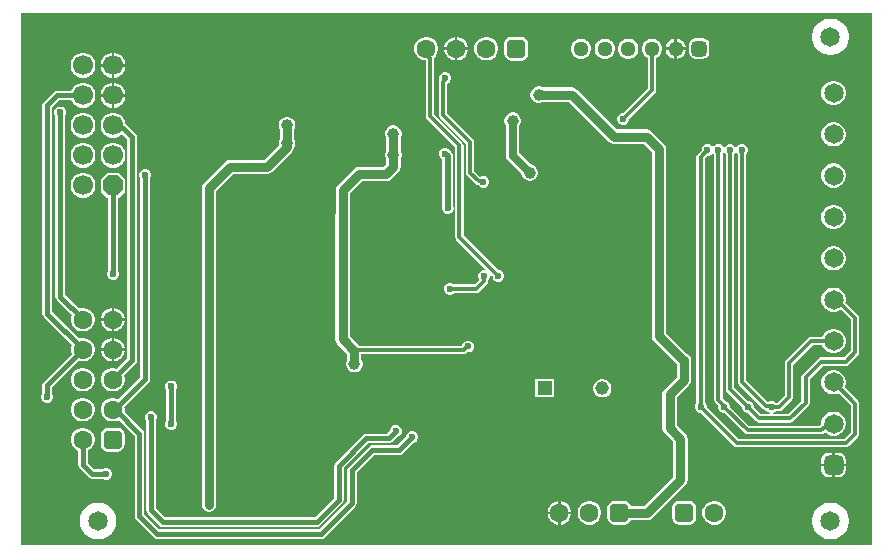
<source format=gbl>
G04*
G04 #@! TF.GenerationSoftware,Altium Limited,Altium Designer,21.0.8 (223)*
G04*
G04 Layer_Physical_Order=2*
G04 Layer_Color=16711680*
%FSLAX24Y24*%
%MOIN*%
G70*
G04*
G04 #@! TF.SameCoordinates,FDC07EFC-1B29-4822-A7E3-1CBBEB92D143*
G04*
G04*
G04 #@! TF.FilePolarity,Positive*
G04*
G01*
G75*
%ADD69C,0.0669*%
%ADD76R,0.0453X0.0453*%
%ADD77C,0.0453*%
%ADD80C,0.0157*%
%ADD82C,0.0315*%
%ADD83C,0.0197*%
%ADD84C,0.0118*%
%ADD85C,0.0276*%
%ADD86C,0.0260*%
%ADD87C,0.0630*%
G04:AMPARAMS|DCode=88|XSize=63mil|YSize=63mil|CornerRadius=15.7mil|HoleSize=0mil|Usage=FLASHONLY|Rotation=90.000|XOffset=0mil|YOffset=0mil|HoleType=Round|Shape=RoundedRectangle|*
%AMROUNDEDRECTD88*
21,1,0.0630,0.0315,0,0,90.0*
21,1,0.0315,0.0630,0,0,90.0*
1,1,0.0315,0.0157,0.0157*
1,1,0.0315,0.0157,-0.0157*
1,1,0.0315,-0.0157,-0.0157*
1,1,0.0315,-0.0157,0.0157*
%
%ADD88ROUNDEDRECTD88*%
%ADD89P,0.0724X8X112.5*%
G04:AMPARAMS|DCode=90|XSize=63mil|YSize=63mil|CornerRadius=15.7mil|HoleSize=0mil|Usage=FLASHONLY|Rotation=180.000|XOffset=0mil|YOffset=0mil|HoleType=Round|Shape=RoundedRectangle|*
%AMROUNDEDRECTD90*
21,1,0.0630,0.0315,0,0,180.0*
21,1,0.0315,0.0630,0,0,180.0*
1,1,0.0315,-0.0157,0.0157*
1,1,0.0315,0.0157,0.0157*
1,1,0.0315,0.0157,-0.0157*
1,1,0.0315,-0.0157,-0.0157*
%
%ADD90ROUNDEDRECTD90*%
%ADD91C,0.0512*%
G04:AMPARAMS|DCode=92|XSize=51.2mil|YSize=51.2mil|CornerRadius=12.8mil|HoleSize=0mil|Usage=FLASHONLY|Rotation=180.000|XOffset=0mil|YOffset=0mil|HoleType=Round|Shape=RoundedRectangle|*
%AMROUNDEDRECTD92*
21,1,0.0512,0.0256,0,0,180.0*
21,1,0.0256,0.0512,0,0,180.0*
1,1,0.0256,-0.0128,0.0128*
1,1,0.0256,0.0128,0.0128*
1,1,0.0256,0.0128,-0.0128*
1,1,0.0256,-0.0128,-0.0128*
%
%ADD92ROUNDEDRECTD92*%
%ADD93C,0.0650*%
G04:AMPARAMS|DCode=94|XSize=65mil|YSize=65mil|CornerRadius=16.2mil|HoleSize=0mil|Usage=FLASHONLY|Rotation=90.000|XOffset=0mil|YOffset=0mil|HoleType=Round|Shape=RoundedRectangle|*
%AMROUNDEDRECTD94*
21,1,0.0650,0.0325,0,0,90.0*
21,1,0.0325,0.0650,0,0,90.0*
1,1,0.0325,0.0162,0.0162*
1,1,0.0325,0.0162,-0.0162*
1,1,0.0325,-0.0162,-0.0162*
1,1,0.0325,-0.0162,0.0162*
%
%ADD94ROUNDEDRECTD94*%
%ADD95C,0.0236*%
%ADD96C,0.0394*%
G36*
X28543Y197D02*
X197Y197D01*
X197Y17913D01*
X28543Y17913D01*
X28543Y197D01*
D02*
G37*
%LPC*%
G36*
X14749Y17126D02*
X14736D01*
Y16772D01*
X15091D01*
Y16784D01*
X15064Y16884D01*
X15012Y16974D01*
X14939Y17047D01*
X14849Y17099D01*
X14749Y17126D01*
D02*
G37*
G36*
X22052Y17067D02*
X22047D01*
Y16772D01*
X22343D01*
Y16776D01*
X22320Y16861D01*
X22276Y16938D01*
X22213Y17000D01*
X22137Y17044D01*
X22052Y17067D01*
D02*
G37*
G36*
X21969D02*
X21964D01*
X21879Y17044D01*
X21802Y17000D01*
X21740Y16938D01*
X21696Y16861D01*
X21673Y16776D01*
Y16772D01*
X21969D01*
Y17067D01*
D02*
G37*
G36*
X14657Y17126D02*
X14645D01*
X14545Y17099D01*
X14455Y17047D01*
X14382Y16974D01*
X14330Y16884D01*
X14303Y16784D01*
Y16772D01*
X14657D01*
Y17126D01*
D02*
G37*
G36*
X27225Y17736D02*
X27105D01*
X26987Y17713D01*
X26876Y17667D01*
X26776Y17600D01*
X26691Y17515D01*
X26625Y17415D01*
X26579Y17304D01*
X26555Y17186D01*
Y17066D01*
X26579Y16948D01*
X26625Y16837D01*
X26691Y16737D01*
X26776Y16652D01*
X26876Y16585D01*
X26987Y16539D01*
X27105Y16516D01*
X27225D01*
X27343Y16539D01*
X27454Y16585D01*
X27554Y16652D01*
X27639Y16737D01*
X27706Y16837D01*
X27752Y16948D01*
X27776Y17066D01*
Y17186D01*
X27752Y17304D01*
X27706Y17415D01*
X27639Y17515D01*
X27554Y17600D01*
X27454Y17667D01*
X27343Y17713D01*
X27225Y17736D01*
D02*
G37*
G36*
X22343Y16693D02*
X22047D01*
Y16398D01*
X22052D01*
X22137Y16420D01*
X22213Y16465D01*
X22276Y16527D01*
X22320Y16603D01*
X22343Y16688D01*
Y16693D01*
D02*
G37*
G36*
X21969D02*
X21673D01*
Y16688D01*
X21696Y16603D01*
X21740Y16527D01*
X21802Y16465D01*
X21879Y16420D01*
X21964Y16398D01*
X21969D01*
Y16693D01*
D02*
G37*
G36*
X20477Y17067D02*
X20389D01*
X20304Y17044D01*
X20228Y17000D01*
X20165Y16938D01*
X20121Y16861D01*
X20098Y16776D01*
Y16688D01*
X20121Y16603D01*
X20165Y16527D01*
X20228Y16465D01*
X20304Y16420D01*
X20389Y16398D01*
X20477D01*
X20562Y16420D01*
X20639Y16465D01*
X20701Y16527D01*
X20745Y16603D01*
X20768Y16688D01*
Y16776D01*
X20745Y16861D01*
X20701Y16938D01*
X20639Y17000D01*
X20562Y17044D01*
X20477Y17067D01*
D02*
G37*
G36*
X19690D02*
X19602D01*
X19517Y17044D01*
X19440Y17000D01*
X19378Y16938D01*
X19334Y16861D01*
X19311Y16776D01*
Y16688D01*
X19334Y16603D01*
X19378Y16527D01*
X19440Y16465D01*
X19517Y16420D01*
X19602Y16398D01*
X19690D01*
X19775Y16420D01*
X19851Y16465D01*
X19913Y16527D01*
X19958Y16603D01*
X19980Y16688D01*
Y16776D01*
X19958Y16861D01*
X19913Y16938D01*
X19851Y17000D01*
X19775Y17044D01*
X19690Y17067D01*
D02*
G37*
G36*
X18902D02*
X18814D01*
X18729Y17044D01*
X18653Y17000D01*
X18590Y16938D01*
X18546Y16861D01*
X18524Y16776D01*
Y16688D01*
X18546Y16603D01*
X18590Y16527D01*
X18653Y16465D01*
X18729Y16420D01*
X18814Y16398D01*
X18902D01*
X18987Y16420D01*
X19064Y16465D01*
X19126Y16527D01*
X19170Y16603D01*
X19193Y16688D01*
Y16776D01*
X19170Y16861D01*
X19126Y16938D01*
X19064Y17000D01*
X18987Y17044D01*
X18902Y17067D01*
D02*
G37*
G36*
X22923Y17071D02*
X22667D01*
X22587Y17055D01*
X22518Y17009D01*
X22473Y16941D01*
X22457Y16860D01*
Y16604D01*
X22473Y16524D01*
X22518Y16455D01*
X22587Y16410D01*
X22667Y16394D01*
X22923D01*
X23004Y16410D01*
X23072Y16455D01*
X23118Y16524D01*
X23134Y16604D01*
Y16860D01*
X23118Y16941D01*
X23072Y17009D01*
X23004Y17055D01*
X22923Y17071D01*
D02*
G37*
G36*
X15749Y17126D02*
X15645D01*
X15545Y17099D01*
X15455Y17047D01*
X15382Y16974D01*
X15330Y16884D01*
X15303Y16784D01*
Y16680D01*
X15330Y16580D01*
X15382Y16491D01*
X15455Y16417D01*
X15545Y16365D01*
X15645Y16339D01*
X15749D01*
X15849Y16365D01*
X15939Y16417D01*
X16012Y16491D01*
X16064Y16580D01*
X16091Y16680D01*
Y16784D01*
X16064Y16884D01*
X16012Y16974D01*
X15939Y17047D01*
X15849Y17099D01*
X15749Y17126D01*
D02*
G37*
G36*
X15091Y16693D02*
X14736D01*
Y16339D01*
X14749D01*
X14849Y16365D01*
X14939Y16417D01*
X15012Y16491D01*
X15064Y16580D01*
X15091Y16680D01*
Y16693D01*
D02*
G37*
G36*
X14657D02*
X14303D01*
Y16680D01*
X14330Y16580D01*
X14382Y16491D01*
X14455Y16417D01*
X14545Y16365D01*
X14645Y16339D01*
X14657D01*
Y16693D01*
D02*
G37*
G36*
X16854Y17131D02*
X16539D01*
X16447Y17112D01*
X16369Y17060D01*
X16317Y16982D01*
X16299Y16890D01*
Y16575D01*
X16317Y16483D01*
X16369Y16405D01*
X16447Y16352D01*
X16539Y16334D01*
X16854D01*
X16947Y16352D01*
X17025Y16405D01*
X17077Y16483D01*
X17095Y16575D01*
Y16890D01*
X17077Y16982D01*
X17025Y17060D01*
X16947Y17112D01*
X16854Y17131D01*
D02*
G37*
G36*
X3310Y16587D02*
X3295D01*
Y16213D01*
X3669D01*
Y16228D01*
X3641Y16333D01*
X3587Y16427D01*
X3510Y16504D01*
X3415Y16558D01*
X3310Y16587D01*
D02*
G37*
G36*
X3217D02*
X3201D01*
X3096Y16558D01*
X3002Y16504D01*
X2925Y16427D01*
X2871Y16333D01*
X2843Y16228D01*
Y16213D01*
X3217D01*
Y16587D01*
D02*
G37*
G36*
X3669Y16134D02*
X3295D01*
Y15760D01*
X3310D01*
X3415Y15788D01*
X3510Y15842D01*
X3587Y15919D01*
X3641Y16014D01*
X3669Y16119D01*
Y16134D01*
D02*
G37*
G36*
X3217D02*
X2843D01*
Y16119D01*
X2871Y16014D01*
X2925Y15919D01*
X3002Y15842D01*
X3096Y15788D01*
X3201Y15760D01*
X3217D01*
Y16134D01*
D02*
G37*
G36*
X2310Y16587D02*
X2201D01*
X2096Y16558D01*
X2002Y16504D01*
X1925Y16427D01*
X1871Y16333D01*
X1843Y16228D01*
Y16119D01*
X1871Y16014D01*
X1925Y15919D01*
X2002Y15842D01*
X2096Y15788D01*
X2201Y15760D01*
X2310D01*
X2415Y15788D01*
X2510Y15842D01*
X2587Y15919D01*
X2641Y16014D01*
X2669Y16119D01*
Y16228D01*
X2641Y16333D01*
X2587Y16427D01*
X2510Y16504D01*
X2415Y16558D01*
X2310Y16587D01*
D02*
G37*
G36*
X3310Y15587D02*
X3295D01*
Y15213D01*
X3669D01*
Y15228D01*
X3641Y15333D01*
X3587Y15427D01*
X3510Y15504D01*
X3415Y15558D01*
X3310Y15587D01*
D02*
G37*
G36*
X3217D02*
X3201D01*
X3096Y15558D01*
X3002Y15504D01*
X2925Y15427D01*
X2871Y15333D01*
X2843Y15228D01*
Y15213D01*
X3217D01*
Y15587D01*
D02*
G37*
G36*
X27327Y15659D02*
X27220D01*
X27118Y15632D01*
X27026Y15579D01*
X26951Y15504D01*
X26898Y15412D01*
X26870Y15309D01*
Y15203D01*
X26898Y15100D01*
X26951Y15008D01*
X27026Y14933D01*
X27118Y14880D01*
X27220Y14852D01*
X27327D01*
X27429Y14880D01*
X27521Y14933D01*
X27597Y15008D01*
X27650Y15100D01*
X27677Y15203D01*
Y15309D01*
X27650Y15412D01*
X27597Y15504D01*
X27521Y15579D01*
X27429Y15632D01*
X27327Y15659D01*
D02*
G37*
G36*
X3669Y15134D02*
X3295D01*
Y14760D01*
X3310D01*
X3415Y14788D01*
X3510Y14842D01*
X3587Y14919D01*
X3641Y15014D01*
X3669Y15119D01*
Y15134D01*
D02*
G37*
G36*
X3217D02*
X2843D01*
Y15119D01*
X2871Y15014D01*
X2925Y14919D01*
X3002Y14842D01*
X3096Y14788D01*
X3201Y14760D01*
X3217D01*
Y15134D01*
D02*
G37*
G36*
X2310Y15587D02*
X2201D01*
X2096Y15558D01*
X2002Y15504D01*
X1925Y15427D01*
X1871Y15334D01*
X1394D01*
X1332Y15322D01*
X1280Y15287D01*
X1280Y15287D01*
X949Y14956D01*
X915Y14904D01*
X902Y14843D01*
X902Y14843D01*
Y7902D01*
X902Y7902D01*
X915Y7840D01*
X949Y7788D01*
X1882Y6855D01*
X1881Y6853D01*
X1854Y6753D01*
Y6649D01*
X1879Y6558D01*
X949Y5629D01*
X915Y5577D01*
X902Y5516D01*
X902Y5516D01*
Y5236D01*
X896Y5230D01*
X866Y5157D01*
Y5079D01*
X896Y5007D01*
X951Y4951D01*
X1024Y4921D01*
X1102D01*
X1174Y4951D01*
X1230Y5007D01*
X1260Y5079D01*
Y5157D01*
X1230Y5230D01*
X1224Y5236D01*
Y5449D01*
X2106Y6331D01*
X2196Y6307D01*
X2300D01*
X2400Y6334D01*
X2490Y6386D01*
X2563Y6459D01*
X2615Y6549D01*
X2642Y6649D01*
Y6753D01*
X2615Y6853D01*
X2563Y6943D01*
X2490Y7016D01*
X2400Y7068D01*
X2300Y7094D01*
X2196D01*
X2118Y7074D01*
X1224Y7968D01*
Y14776D01*
X1460Y15013D01*
X1871D01*
X1925Y14919D01*
X2002Y14842D01*
X2096Y14788D01*
X2201Y14760D01*
X2310D01*
X2415Y14788D01*
X2510Y14842D01*
X2587Y14919D01*
X2641Y15014D01*
X2669Y15119D01*
Y15228D01*
X2641Y15333D01*
X2587Y15427D01*
X2510Y15504D01*
X2415Y15558D01*
X2310Y15587D01*
D02*
G37*
G36*
X21265Y17067D02*
X21176D01*
X21091Y17044D01*
X21015Y17000D01*
X20953Y16938D01*
X20909Y16861D01*
X20886Y16776D01*
Y16688D01*
X20909Y16603D01*
X20953Y16527D01*
X21015Y16465D01*
X21080Y16427D01*
Y15403D01*
X20264Y14587D01*
X20227D01*
X20154Y14557D01*
X20099Y14501D01*
X20069Y14429D01*
Y14351D01*
X20099Y14278D01*
X20154Y14223D01*
X20227Y14193D01*
X20305D01*
X20377Y14223D01*
X20433Y14278D01*
X20463Y14351D01*
Y14388D01*
X21320Y15245D01*
X21350Y15291D01*
X21361Y15344D01*
Y16427D01*
X21426Y16465D01*
X21488Y16527D01*
X21532Y16603D01*
X21555Y16688D01*
Y16776D01*
X21532Y16861D01*
X21488Y16938D01*
X21426Y17000D01*
X21350Y17044D01*
X21265Y17067D01*
D02*
G37*
G36*
X2310Y14587D02*
X2201D01*
X2096Y14558D01*
X2002Y14504D01*
X1925Y14427D01*
X1871Y14333D01*
X1843Y14228D01*
Y14119D01*
X1871Y14014D01*
X1925Y13919D01*
X2002Y13842D01*
X2096Y13788D01*
X2201Y13760D01*
X2310D01*
X2415Y13788D01*
X2510Y13842D01*
X2587Y13919D01*
X2641Y14014D01*
X2669Y14119D01*
Y14228D01*
X2641Y14333D01*
X2587Y14427D01*
X2510Y14504D01*
X2415Y14558D01*
X2310Y14587D01*
D02*
G37*
G36*
X27327Y14282D02*
X27220D01*
X27118Y14254D01*
X27026Y14201D01*
X26951Y14126D01*
X26898Y14034D01*
X26870Y13931D01*
Y13825D01*
X26898Y13722D01*
X26951Y13630D01*
X27026Y13555D01*
X27118Y13502D01*
X27220Y13474D01*
X27327D01*
X27429Y13502D01*
X27521Y13555D01*
X27597Y13630D01*
X27650Y13722D01*
X27677Y13825D01*
Y13931D01*
X27650Y14034D01*
X27597Y14126D01*
X27521Y14201D01*
X27429Y14254D01*
X27327Y14282D01*
D02*
G37*
G36*
X24252Y13553D02*
X24173D01*
X24101Y13523D01*
X24046Y13468D01*
X24044Y13464D01*
X23994D01*
X23992Y13468D01*
X23937Y13523D01*
X23865Y13553D01*
X23786D01*
X23714Y13523D01*
X23659Y13468D01*
X23657Y13464D01*
X23607D01*
X23605Y13468D01*
X23550Y13523D01*
X23477Y13553D01*
X23399D01*
X23327Y13523D01*
X23286Y13482D01*
X23255Y13473D01*
X23223Y13482D01*
X23182Y13523D01*
X23110Y13553D01*
X23032D01*
X22959Y13523D01*
X22904Y13468D01*
X22874Y13395D01*
Y13358D01*
X22745Y13229D01*
X22715Y13184D01*
X22704Y13130D01*
Y4931D01*
X22678Y4905D01*
X22648Y4832D01*
Y4754D01*
X22678Y4682D01*
X22733Y4626D01*
X22805Y4596D01*
X22843D01*
X23956Y3483D01*
X24001Y3453D01*
X24055Y3442D01*
X27677D01*
X27731Y3453D01*
X27777Y3483D01*
X28091Y3798D01*
X28122Y3844D01*
X28133Y3898D01*
Y4892D01*
X28122Y4945D01*
X28091Y4991D01*
X27642Y5441D01*
X27650Y5454D01*
X27677Y5557D01*
Y5663D01*
X27650Y5766D01*
X27597Y5858D01*
X27521Y5933D01*
X27429Y5986D01*
X27327Y6014D01*
X27220D01*
X27118Y5986D01*
X27026Y5933D01*
X26951Y5858D01*
X26898Y5766D01*
X26870Y5663D01*
Y5557D01*
X26898Y5454D01*
X26951Y5362D01*
X27026Y5287D01*
X27118Y5234D01*
X27220Y5207D01*
X27327D01*
X27429Y5234D01*
X27443Y5242D01*
X27852Y4834D01*
Y3956D01*
X27619Y3723D01*
X24113D01*
X23041Y4795D01*
Y4832D01*
X23011Y4905D01*
X22985Y4931D01*
Y13072D01*
X23073Y13159D01*
X23110D01*
X23182Y13189D01*
X23223Y13230D01*
X23255Y13240D01*
X23286Y13230D01*
X23298Y13218D01*
Y5017D01*
X23309Y4964D01*
X23339Y4918D01*
X23435Y4822D01*
Y4754D01*
X23465Y4682D01*
X23520Y4626D01*
X23593Y4596D01*
X23630D01*
X24310Y3916D01*
X24356Y3886D01*
X24409Y3875D01*
X26860D01*
X26914Y3886D01*
X26959Y3916D01*
X26989Y3946D01*
X27026Y3909D01*
X27118Y3856D01*
X27220Y3829D01*
X27327D01*
X27429Y3856D01*
X27521Y3909D01*
X27597Y3984D01*
X27650Y4077D01*
X27677Y4179D01*
Y4285D01*
X27650Y4388D01*
X27597Y4480D01*
X27521Y4555D01*
X27429Y4608D01*
X27327Y4636D01*
X27220D01*
X27118Y4608D01*
X27026Y4555D01*
X26951Y4480D01*
X26898Y4388D01*
X26870Y4285D01*
Y4225D01*
X26802Y4156D01*
X24468D01*
X23829Y4795D01*
Y4832D01*
X23799Y4905D01*
X23743Y4960D01*
X23671Y4990D01*
X23664D01*
X23579Y5076D01*
Y13218D01*
X23601Y13241D01*
X23654Y13242D01*
X23685Y13210D01*
Y5387D01*
X23696Y5333D01*
X23726Y5288D01*
X24222Y4791D01*
Y4754D01*
X24252Y4682D01*
X24308Y4626D01*
X24380Y4596D01*
X24417D01*
X24704Y4310D01*
X24749Y4280D01*
X24803Y4269D01*
X25827D01*
X25881Y4280D01*
X25926Y4310D01*
X26438Y4822D01*
X26468Y4868D01*
X26479Y4921D01*
Y5729D01*
X26909Y6159D01*
X27677D01*
X27731Y6169D01*
X27777Y6200D01*
X28091Y6515D01*
X28122Y6560D01*
X28133Y6614D01*
Y7756D01*
X28122Y7810D01*
X28091Y7855D01*
X27668Y8279D01*
X27677Y8313D01*
Y8419D01*
X27650Y8522D01*
X27597Y8614D01*
X27521Y8689D01*
X27429Y8742D01*
X27327Y8770D01*
X27220D01*
X27118Y8742D01*
X27026Y8689D01*
X26951Y8614D01*
X26898Y8522D01*
X26870Y8419D01*
Y8313D01*
X26898Y8210D01*
X26951Y8118D01*
X27026Y8043D01*
X27118Y7990D01*
X27220Y7963D01*
X27327D01*
X27429Y7990D01*
X27512Y8038D01*
X27852Y7698D01*
Y6672D01*
X27619Y6440D01*
X26850D01*
X26797Y6429D01*
X26751Y6399D01*
X26239Y5887D01*
X26209Y5841D01*
X26198Y5787D01*
Y4979D01*
X25769Y4550D01*
X25254D01*
X25246Y4596D01*
X25318Y4626D01*
X25347Y4655D01*
X25457D01*
X25510Y4666D01*
X25556Y4696D01*
X25887Y5027D01*
X25917Y5072D01*
X25928Y5126D01*
Y6202D01*
X26574Y6848D01*
X26893D01*
X26898Y6832D01*
X26951Y6740D01*
X27026Y6665D01*
X27118Y6612D01*
X27220Y6585D01*
X27327D01*
X27429Y6612D01*
X27521Y6665D01*
X27597Y6740D01*
X27650Y6832D01*
X27677Y6935D01*
Y7041D01*
X27650Y7144D01*
X27597Y7236D01*
X27521Y7311D01*
X27429Y7364D01*
X27327Y7392D01*
X27220D01*
X27118Y7364D01*
X27026Y7311D01*
X26951Y7236D01*
X26898Y7144D01*
X26893Y7129D01*
X26516D01*
X26462Y7118D01*
X26416Y7088D01*
X25688Y6359D01*
X25658Y6314D01*
X25647Y6260D01*
Y5184D01*
X25398Y4936D01*
X25342D01*
X25318Y4960D01*
X25246Y4990D01*
X25168D01*
X25095Y4960D01*
X25088Y4953D01*
X24353Y5688D01*
Y13218D01*
X24379Y13245D01*
X24409Y13317D01*
Y13395D01*
X24379Y13468D01*
X24324Y13523D01*
X24252Y13553D01*
D02*
G37*
G36*
X3310Y13587D02*
X3201D01*
X3096Y13558D01*
X3002Y13504D01*
X2925Y13427D01*
X2871Y13333D01*
X2843Y13228D01*
Y13119D01*
X2871Y13014D01*
X2925Y12919D01*
X3002Y12842D01*
X3096Y12788D01*
X3201Y12760D01*
X3310D01*
X3415Y12788D01*
X3510Y12842D01*
X3587Y12919D01*
X3641Y13014D01*
X3669Y13119D01*
Y13228D01*
X3641Y13333D01*
X3587Y13427D01*
X3510Y13504D01*
X3415Y13558D01*
X3310Y13587D01*
D02*
G37*
G36*
X2310D02*
X2201D01*
X2096Y13558D01*
X2002Y13504D01*
X1925Y13427D01*
X1871Y13333D01*
X1843Y13228D01*
Y13119D01*
X1871Y13014D01*
X1925Y12919D01*
X2002Y12842D01*
X2096Y12788D01*
X2201Y12760D01*
X2310D01*
X2415Y12788D01*
X2510Y12842D01*
X2587Y12919D01*
X2641Y13014D01*
X2669Y13119D01*
Y13228D01*
X2641Y13333D01*
X2587Y13427D01*
X2510Y13504D01*
X2415Y13558D01*
X2310Y13587D01*
D02*
G37*
G36*
X16611Y14606D02*
X16539D01*
X16468Y14588D01*
X16406Y14551D01*
X16354Y14500D01*
X16318Y14437D01*
X16299Y14367D01*
Y14294D01*
X16318Y14224D01*
X16354Y14162D01*
Y13169D01*
X16371Y13085D01*
X16419Y13013D01*
X16870Y12562D01*
X16889Y12492D01*
X16925Y12429D01*
X16976Y12378D01*
X17039Y12342D01*
X17109Y12323D01*
X17182D01*
X17252Y12342D01*
X17315Y12378D01*
X17366Y12429D01*
X17402Y12492D01*
X17421Y12562D01*
Y12635D01*
X17402Y12705D01*
X17366Y12768D01*
X17315Y12819D01*
X17252Y12855D01*
X17182Y12874D01*
X16796Y13261D01*
Y14162D01*
X16832Y14224D01*
X16850Y14294D01*
Y14367D01*
X16832Y14437D01*
X16795Y14500D01*
X16744Y14551D01*
X16681Y14588D01*
X16611Y14606D01*
D02*
G37*
G36*
X14370Y15945D02*
X14292D01*
X14219Y15915D01*
X14164Y15860D01*
X14134Y15787D01*
Y15709D01*
X14134Y15709D01*
X14122Y15691D01*
X14111Y15637D01*
Y14528D01*
X14122Y14474D01*
X14153Y14428D01*
X15017Y13564D01*
Y12598D01*
X15028Y12545D01*
X15058Y12499D01*
X15341Y12216D01*
X15387Y12185D01*
X15441Y12175D01*
X15441D01*
X15489Y12127D01*
X15561Y12097D01*
X15640D01*
X15712Y12127D01*
X15767Y12182D01*
X15797Y12254D01*
Y12333D01*
X15767Y12405D01*
X15712Y12460D01*
X15640Y12490D01*
X15561D01*
X15493Y12462D01*
X15298Y12657D01*
Y13622D01*
X15287Y13676D01*
X15257Y13721D01*
X14392Y14586D01*
Y15561D01*
X14442Y15581D01*
X14498Y15637D01*
X14528Y15709D01*
Y15787D01*
X14498Y15860D01*
X14442Y15915D01*
X14370Y15945D01*
D02*
G37*
G36*
X27327Y12904D02*
X27220D01*
X27118Y12876D01*
X27026Y12823D01*
X26951Y12748D01*
X26898Y12656D01*
X26870Y12553D01*
Y12447D01*
X26898Y12344D01*
X26951Y12252D01*
X27026Y12177D01*
X27118Y12124D01*
X27220Y12096D01*
X27327D01*
X27429Y12124D01*
X27521Y12177D01*
X27597Y12252D01*
X27650Y12344D01*
X27677Y12447D01*
Y12553D01*
X27650Y12656D01*
X27597Y12748D01*
X27521Y12823D01*
X27429Y12876D01*
X27327Y12904D01*
D02*
G37*
G36*
X2310Y12587D02*
X2201D01*
X2096Y12558D01*
X2002Y12504D01*
X1925Y12427D01*
X1871Y12333D01*
X1843Y12228D01*
Y12119D01*
X1871Y12014D01*
X1925Y11919D01*
X2002Y11842D01*
X2096Y11788D01*
X2201Y11760D01*
X2310D01*
X2415Y11788D01*
X2510Y11842D01*
X2587Y11919D01*
X2641Y12014D01*
X2669Y12119D01*
Y12228D01*
X2641Y12333D01*
X2587Y12427D01*
X2510Y12504D01*
X2415Y12558D01*
X2310Y12587D01*
D02*
G37*
G36*
X14370Y13425D02*
X14292D01*
X14219Y13395D01*
X14164Y13340D01*
X14134Y13268D01*
Y13189D01*
X14164Y13117D01*
X14219Y13061D01*
X14229Y13057D01*
Y11496D01*
X14213Y11456D01*
Y11378D01*
X14243Y11306D01*
X14298Y11250D01*
X14370Y11220D01*
X14449D01*
X14521Y11250D01*
X14576Y11306D01*
X14606Y11378D01*
Y11456D01*
X14590Y11496D01*
Y13139D01*
X14576Y13208D01*
X14537Y13267D01*
X14521Y13283D01*
X14498Y13340D01*
X14442Y13395D01*
X14370Y13425D01*
D02*
G37*
G36*
X27327Y11526D02*
X27220D01*
X27118Y11498D01*
X27026Y11445D01*
X26951Y11370D01*
X26898Y11278D01*
X26870Y11175D01*
Y11069D01*
X26898Y10966D01*
X26951Y10874D01*
X27026Y10799D01*
X27118Y10746D01*
X27220Y10718D01*
X27327D01*
X27429Y10746D01*
X27521Y10799D01*
X27597Y10874D01*
X27650Y10966D01*
X27677Y11069D01*
Y11175D01*
X27650Y11278D01*
X27597Y11370D01*
X27521Y11445D01*
X27429Y11498D01*
X27327Y11526D01*
D02*
G37*
G36*
Y10148D02*
X27220D01*
X27118Y10120D01*
X27026Y10067D01*
X26951Y9992D01*
X26898Y9900D01*
X26870Y9797D01*
Y9691D01*
X26898Y9588D01*
X26951Y9496D01*
X27026Y9421D01*
X27118Y9368D01*
X27220Y9341D01*
X27327D01*
X27429Y9368D01*
X27521Y9421D01*
X27597Y9496D01*
X27650Y9588D01*
X27677Y9691D01*
Y9797D01*
X27650Y9900D01*
X27597Y9992D01*
X27521Y10067D01*
X27429Y10120D01*
X27327Y10148D01*
D02*
G37*
G36*
X3463Y12587D02*
X3049D01*
X2843Y12380D01*
Y11967D01*
X3049Y11760D01*
X3101D01*
Y9332D01*
X3101Y9332D01*
X3071Y9259D01*
Y9181D01*
X3101Y9108D01*
X3156Y9053D01*
X3229Y9023D01*
X3307D01*
X3379Y9053D01*
X3435Y9108D01*
X3465Y9181D01*
Y9259D01*
X3435Y9332D01*
X3422Y9344D01*
Y11760D01*
X3463D01*
X3669Y11967D01*
Y12380D01*
X3463Y12587D01*
D02*
G37*
G36*
X13749Y17126D02*
X13645D01*
X13545Y17099D01*
X13455Y17047D01*
X13382Y16974D01*
X13330Y16884D01*
X13303Y16784D01*
Y16680D01*
X13330Y16580D01*
X13382Y16491D01*
X13455Y16417D01*
X13545Y16365D01*
X13645Y16339D01*
X13678D01*
Y14488D01*
X13689Y14434D01*
X13720Y14389D01*
X14663Y13446D01*
Y10454D01*
X14673Y10400D01*
X14704Y10355D01*
X15658Y9400D01*
X15637Y9350D01*
X15591D01*
X15518Y9320D01*
X15463Y9265D01*
X15433Y9193D01*
Y9114D01*
X15463Y9042D01*
X15470Y9035D01*
X15308Y8873D01*
X14626D01*
X14600Y8900D01*
X14527Y8930D01*
X14449D01*
X14377Y8900D01*
X14321Y8844D01*
X14291Y8772D01*
Y8694D01*
X14321Y8621D01*
X14377Y8566D01*
X14449Y8536D01*
X14527D01*
X14600Y8566D01*
X14626Y8592D01*
X15367D01*
X15420Y8603D01*
X15466Y8633D01*
X15717Y8885D01*
X15748Y8930D01*
X15758Y8984D01*
Y9004D01*
X15797Y9042D01*
X15827Y9114D01*
Y9152D01*
X15872Y9171D01*
X15906Y9145D01*
Y9116D01*
X15935Y9043D01*
X15991Y8988D01*
X16063Y8958D01*
X16142D01*
X16214Y8988D01*
X16269Y9043D01*
X16299Y9116D01*
Y9194D01*
X16269Y9266D01*
X16214Y9322D01*
X16142Y9352D01*
X16104D01*
X14944Y10512D01*
Y13504D01*
X14933Y13558D01*
X14902Y13603D01*
X13959Y14546D01*
Y16407D01*
X13954Y16433D01*
X14012Y16491D01*
X14064Y16580D01*
X14091Y16680D01*
Y16784D01*
X14064Y16884D01*
X14012Y16974D01*
X13939Y17047D01*
X13849Y17099D01*
X13749Y17126D01*
D02*
G37*
G36*
X3300Y8094D02*
X3287D01*
Y7740D01*
X3642D01*
Y7753D01*
X3615Y7853D01*
X3563Y7943D01*
X3490Y8016D01*
X3400Y8068D01*
X3300Y8094D01*
D02*
G37*
G36*
X3209D02*
X3196D01*
X3096Y8068D01*
X3006Y8016D01*
X2933Y7943D01*
X2881Y7853D01*
X2854Y7753D01*
Y7740D01*
X3209D01*
Y8094D01*
D02*
G37*
G36*
X3642Y7661D02*
X3287D01*
Y7307D01*
X3300D01*
X3400Y7334D01*
X3490Y7386D01*
X3563Y7459D01*
X3615Y7549D01*
X3642Y7649D01*
Y7661D01*
D02*
G37*
G36*
X3209D02*
X2854D01*
Y7649D01*
X2881Y7549D01*
X2933Y7459D01*
X3006Y7386D01*
X3096Y7334D01*
X3196Y7307D01*
X3209D01*
Y7661D01*
D02*
G37*
G36*
X1535Y14803D02*
X1457D01*
X1385Y14773D01*
X1329Y14718D01*
X1299Y14645D01*
Y14567D01*
X1329Y14495D01*
X1336Y14488D01*
Y8469D01*
X1336Y8468D01*
X1348Y8407D01*
X1383Y8355D01*
X1882Y7855D01*
X1881Y7853D01*
X1854Y7753D01*
Y7649D01*
X1881Y7549D01*
X1933Y7459D01*
X2006Y7386D01*
X2096Y7334D01*
X2196Y7307D01*
X2300D01*
X2400Y7334D01*
X2490Y7386D01*
X2563Y7459D01*
X2615Y7549D01*
X2642Y7649D01*
Y7753D01*
X2615Y7853D01*
X2563Y7943D01*
X2490Y8016D01*
X2400Y8068D01*
X2300Y8094D01*
X2196D01*
X2118Y8074D01*
X1657Y8535D01*
Y14488D01*
X1663Y14495D01*
X1693Y14567D01*
Y14645D01*
X1663Y14718D01*
X1608Y14773D01*
X1535Y14803D01*
D02*
G37*
G36*
X3300Y7094D02*
X3287D01*
Y6740D01*
X3642D01*
Y6753D01*
X3615Y6853D01*
X3563Y6943D01*
X3490Y7016D01*
X3400Y7068D01*
X3300Y7094D01*
D02*
G37*
G36*
X3209D02*
X3196D01*
X3096Y7068D01*
X3006Y7016D01*
X2933Y6943D01*
X2881Y6853D01*
X2854Y6753D01*
Y6740D01*
X3209D01*
Y7094D01*
D02*
G37*
G36*
X3642Y6661D02*
X3287D01*
Y6307D01*
X3300D01*
X3400Y6334D01*
X3490Y6386D01*
X3563Y6459D01*
X3615Y6549D01*
X3642Y6649D01*
Y6661D01*
D02*
G37*
G36*
X3209D02*
X2854D01*
Y6649D01*
X2881Y6549D01*
X2933Y6459D01*
X3006Y6386D01*
X3096Y6334D01*
X3196Y6307D01*
X3209D01*
Y6661D01*
D02*
G37*
G36*
X3310Y14587D02*
X3201D01*
X3096Y14558D01*
X3002Y14504D01*
X2925Y14427D01*
X2871Y14333D01*
X2843Y14228D01*
Y14119D01*
X2871Y14014D01*
X2925Y13919D01*
X3002Y13842D01*
X3096Y13788D01*
X3201Y13760D01*
X3310D01*
X3415Y13788D01*
X3510Y13842D01*
X3559Y13891D01*
X3737Y13713D01*
Y6417D01*
X3390Y6070D01*
X3300Y6094D01*
X3196D01*
X3096Y6068D01*
X3006Y6016D01*
X2933Y5943D01*
X2881Y5853D01*
X2854Y5753D01*
Y5649D01*
X2881Y5549D01*
X2933Y5459D01*
X3006Y5386D01*
X3096Y5334D01*
X3196Y5307D01*
X3300D01*
X3400Y5334D01*
X3490Y5386D01*
X3563Y5459D01*
X3615Y5549D01*
X3642Y5649D01*
Y5753D01*
X3617Y5843D01*
X4011Y6237D01*
X4046Y6289D01*
X4058Y6350D01*
Y13780D01*
X4058Y13780D01*
X4046Y13841D01*
X4011Y13893D01*
X3715Y14189D01*
X3669Y14220D01*
Y14228D01*
X3641Y14333D01*
X3587Y14427D01*
X3510Y14504D01*
X3415Y14558D01*
X3310Y14587D01*
D02*
G37*
G36*
X12635Y14173D02*
X12562D01*
X12492Y14154D01*
X12429Y14118D01*
X12378Y14067D01*
X12342Y14004D01*
X12323Y13934D01*
Y13861D01*
X12342Y13791D01*
X12358Y13764D01*
Y13323D01*
X12342Y13295D01*
X12323Y13225D01*
Y13153D01*
X12342Y13083D01*
X12358Y13055D01*
Y12895D01*
X12262Y12800D01*
X11457D01*
X11365Y12782D01*
X11286Y12729D01*
X10744Y12187D01*
X10692Y12109D01*
X10673Y12016D01*
Y11255D01*
X10665Y11212D01*
Y7047D01*
X10683Y6955D01*
X10735Y6877D01*
X11043Y6569D01*
Y6328D01*
X11042Y6327D01*
X11024Y6257D01*
Y6184D01*
X11042Y6114D01*
X11079Y6051D01*
X11130Y6000D01*
X11193Y5964D01*
X11263Y5945D01*
X11336D01*
X11406Y5964D01*
X11468Y6000D01*
X11520Y6051D01*
X11556Y6114D01*
X11575Y6184D01*
Y6257D01*
X11556Y6327D01*
X11525Y6381D01*
Y6552D01*
X14950D01*
X15004Y6563D01*
X15050Y6594D01*
X15063Y6607D01*
X15118D01*
X15190Y6637D01*
X15246Y6692D01*
X15276Y6764D01*
Y6843D01*
X15246Y6915D01*
X15190Y6970D01*
X15118Y7000D01*
X15040D01*
X14967Y6970D01*
X14912Y6915D01*
X14882Y6843D01*
Y6833D01*
X11458D01*
X11454Y6839D01*
X11146Y7147D01*
Y11177D01*
X11155Y11220D01*
Y11917D01*
X11556Y12318D01*
X12362D01*
X12454Y12337D01*
X12533Y12389D01*
X12769Y12625D01*
X12821Y12703D01*
X12839Y12795D01*
Y13055D01*
X12855Y13083D01*
X12874Y13153D01*
Y13225D01*
X12855Y13295D01*
X12839Y13323D01*
Y13764D01*
X12855Y13791D01*
X12874Y13861D01*
Y13934D01*
X12855Y14004D01*
X12819Y14067D01*
X12768Y14118D01*
X12705Y14154D01*
X12635Y14173D01*
D02*
G37*
G36*
X2300Y6094D02*
X2196D01*
X2096Y6068D01*
X2006Y6016D01*
X1933Y5943D01*
X1881Y5853D01*
X1854Y5753D01*
Y5649D01*
X1881Y5549D01*
X1933Y5459D01*
X2006Y5386D01*
X2096Y5334D01*
X2196Y5307D01*
X2300D01*
X2400Y5334D01*
X2490Y5386D01*
X2563Y5459D01*
X2615Y5549D01*
X2642Y5649D01*
Y5753D01*
X2615Y5853D01*
X2563Y5943D01*
X2490Y6016D01*
X2400Y6068D01*
X2300Y6094D01*
D02*
G37*
G36*
X19603Y5719D02*
X19523D01*
X19445Y5698D01*
X19376Y5658D01*
X19319Y5601D01*
X19279Y5531D01*
X19258Y5454D01*
Y5373D01*
X19279Y5296D01*
X19319Y5226D01*
X19376Y5169D01*
X19445Y5129D01*
X19523Y5108D01*
X19603D01*
X19681Y5129D01*
X19750Y5169D01*
X19807Y5226D01*
X19847Y5296D01*
X19868Y5373D01*
Y5454D01*
X19847Y5531D01*
X19807Y5601D01*
X19750Y5658D01*
X19681Y5698D01*
X19603Y5719D01*
D02*
G37*
G36*
X17947D02*
X17337D01*
Y5108D01*
X17947D01*
Y5719D01*
D02*
G37*
G36*
X4370Y12717D02*
X4292D01*
X4219Y12687D01*
X4164Y12631D01*
X4134Y12559D01*
Y12481D01*
X4164Y12408D01*
X4170Y12402D01*
Y5775D01*
X3440Y5045D01*
X3400Y5068D01*
X3300Y5094D01*
X3196D01*
X3096Y5068D01*
X3006Y5016D01*
X2933Y4943D01*
X2881Y4853D01*
X2854Y4753D01*
Y4649D01*
X2881Y4549D01*
X2933Y4459D01*
X3006Y4386D01*
X3096Y4334D01*
X3196Y4307D01*
X3300D01*
X3400Y4334D01*
X3445Y4360D01*
X3973Y3831D01*
Y1153D01*
X3973Y1153D01*
X3986Y1091D01*
X4020Y1039D01*
X4622Y438D01*
X4674Y403D01*
X4735Y391D01*
X4735Y391D01*
X10197D01*
X10197Y391D01*
X10258Y403D01*
X10310Y438D01*
X11334Y1461D01*
X11369Y1513D01*
X11381Y1575D01*
Y2611D01*
X11956Y3186D01*
X12795D01*
X12795Y3186D01*
X12857Y3198D01*
X12909Y3233D01*
X13259Y3583D01*
X13268D01*
X13340Y3613D01*
X13395Y3668D01*
X13425Y3740D01*
Y3819D01*
X13395Y3891D01*
X13340Y3946D01*
X13268Y3976D01*
X13189D01*
X13117Y3946D01*
X13061Y3891D01*
X13032Y3819D01*
Y3810D01*
X12729Y3507D01*
X11890D01*
X11828Y3495D01*
X11776Y3460D01*
X11776Y3460D01*
X11107Y2791D01*
X11072Y2739D01*
X11060Y2677D01*
X11060Y2677D01*
Y1641D01*
X10130Y712D01*
X4802D01*
X4294Y1219D01*
Y3898D01*
X4294Y3898D01*
X4282Y3959D01*
X4247Y4011D01*
X4247Y4011D01*
X3635Y4624D01*
X3642Y4649D01*
Y4753D01*
X3633Y4784D01*
X4444Y5595D01*
X4479Y5647D01*
X4491Y5709D01*
X4491Y5709D01*
Y12402D01*
X4498Y12408D01*
X4528Y12481D01*
Y12559D01*
X4498Y12631D01*
X4442Y12687D01*
X4370Y12717D01*
D02*
G37*
G36*
X2300Y5094D02*
X2196D01*
X2096Y5068D01*
X2006Y5016D01*
X1933Y4943D01*
X1881Y4853D01*
X1854Y4753D01*
Y4649D01*
X1881Y4549D01*
X1933Y4459D01*
X2006Y4386D01*
X2096Y4334D01*
X2196Y4307D01*
X2300D01*
X2400Y4334D01*
X2490Y4386D01*
X2563Y4459D01*
X2615Y4549D01*
X2642Y4649D01*
Y4753D01*
X2615Y4853D01*
X2563Y4943D01*
X2490Y5016D01*
X2400Y5068D01*
X2300Y5094D01*
D02*
G37*
G36*
X5236Y5669D02*
X5158D01*
X5085Y5639D01*
X5030Y5584D01*
X5000Y5512D01*
Y5433D01*
X5030Y5361D01*
X5036Y5355D01*
Y4330D01*
X5030Y4324D01*
X5000Y4252D01*
Y4173D01*
X5030Y4101D01*
X5085Y4046D01*
X5158Y4016D01*
X5236D01*
X5308Y4046D01*
X5364Y4101D01*
X5394Y4173D01*
Y4252D01*
X5364Y4324D01*
X5357Y4330D01*
Y5355D01*
X5364Y5361D01*
X5394Y5433D01*
Y5512D01*
X5364Y5584D01*
X5308Y5639D01*
X5236Y5669D01*
D02*
G37*
G36*
X4561Y4646D02*
X4482D01*
X4410Y4616D01*
X4355Y4560D01*
X4325Y4488D01*
Y4410D01*
X4355Y4337D01*
X4361Y4331D01*
Y1344D01*
X4361Y1344D01*
X4373Y1283D01*
X4408Y1231D01*
X4808Y831D01*
X4808Y831D01*
X4860Y797D01*
X4921Y784D01*
X4921Y784D01*
X10039D01*
X10039Y784D01*
X10101Y797D01*
X10153Y831D01*
X10901Y1579D01*
X10901Y1579D01*
X10936Y1631D01*
X10948Y1693D01*
X10948Y1693D01*
Y2768D01*
X11759Y3580D01*
X12441D01*
X12441Y3580D01*
X12502Y3592D01*
X12554Y3627D01*
X12707Y3780D01*
X12716D01*
X12789Y3810D01*
X12844Y3865D01*
X12874Y3937D01*
Y4016D01*
X12844Y4088D01*
X12789Y4143D01*
X12716Y4173D01*
X12638D01*
X12566Y4143D01*
X12510Y4088D01*
X12480Y4016D01*
Y4007D01*
X12374Y3901D01*
X11693D01*
X11693Y3901D01*
X11631Y3889D01*
X11579Y3854D01*
X10674Y2948D01*
X10639Y2896D01*
X10627Y2835D01*
X10627Y2835D01*
Y1759D01*
X9973Y1105D01*
X4988D01*
X4682Y1411D01*
Y4331D01*
X4689Y4337D01*
X4719Y4410D01*
Y4488D01*
X4689Y4560D01*
X4633Y4616D01*
X4561Y4646D01*
D02*
G37*
G36*
X3406Y4099D02*
X3091D01*
X2998Y4081D01*
X2920Y4029D01*
X2868Y3950D01*
X2850Y3858D01*
Y3543D01*
X2868Y3451D01*
X2920Y3373D01*
X2998Y3321D01*
X3091Y3302D01*
X3406D01*
X3498Y3321D01*
X3576Y3373D01*
X3628Y3451D01*
X3646Y3543D01*
Y3858D01*
X3628Y3950D01*
X3576Y4029D01*
X3498Y4081D01*
X3406Y4099D01*
D02*
G37*
G36*
X27436Y3263D02*
X27313D01*
Y2894D01*
X27682D01*
Y3017D01*
X27663Y3111D01*
X27610Y3191D01*
X27530Y3244D01*
X27436Y3263D01*
D02*
G37*
G36*
X27234D02*
X27111D01*
X27017Y3244D01*
X26937Y3191D01*
X26884Y3111D01*
X26865Y3017D01*
Y2894D01*
X27234D01*
Y3263D01*
D02*
G37*
G36*
X27682Y2815D02*
X27313D01*
Y2446D01*
X27436D01*
X27530Y2465D01*
X27610Y2518D01*
X27663Y2598D01*
X27682Y2692D01*
Y2815D01*
D02*
G37*
G36*
X27234D02*
X26865D01*
Y2692D01*
X26884Y2598D01*
X26937Y2518D01*
X27017Y2465D01*
X27111Y2446D01*
X27234D01*
Y2815D01*
D02*
G37*
G36*
X2300Y4094D02*
X2196D01*
X2096Y4068D01*
X2006Y4016D01*
X1933Y3943D01*
X1881Y3853D01*
X1854Y3753D01*
Y3649D01*
X1881Y3549D01*
X1933Y3459D01*
X2006Y3386D01*
X2095Y3334D01*
Y2862D01*
X2095Y2862D01*
X2108Y2801D01*
X2142Y2749D01*
X2446Y2446D01*
X2446Y2446D01*
X2498Y2411D01*
X2559Y2398D01*
X2914D01*
X2920Y2392D01*
X2992Y2362D01*
X3071D01*
X3143Y2392D01*
X3198Y2448D01*
X3228Y2520D01*
Y2598D01*
X3198Y2671D01*
X3143Y2726D01*
X3071Y2756D01*
X2992D01*
X2920Y2726D01*
X2914Y2720D01*
X2626D01*
X2416Y2929D01*
Y3343D01*
X2490Y3386D01*
X2563Y3459D01*
X2615Y3549D01*
X2642Y3649D01*
Y3753D01*
X2615Y3853D01*
X2563Y3943D01*
X2490Y4016D01*
X2400Y4068D01*
X2300Y4094D01*
D02*
G37*
G36*
X17477Y15472D02*
X17405D01*
X17335Y15454D01*
X17272Y15417D01*
X17220Y15366D01*
X17184Y15303D01*
X17165Y15233D01*
Y15161D01*
X17184Y15090D01*
X17220Y15028D01*
X17272Y14976D01*
X17335Y14940D01*
X17405Y14921D01*
X17477D01*
X17547Y14940D01*
X17575Y14956D01*
X18463D01*
X19790Y13629D01*
X19868Y13577D01*
X19961Y13558D01*
X20953D01*
X21216Y13296D01*
Y7146D01*
X21234Y7053D01*
X21286Y6975D01*
X22043Y6219D01*
Y5797D01*
X21641Y5396D01*
X21589Y5317D01*
X21570Y5225D01*
Y4089D01*
X21589Y3997D01*
X21641Y3919D01*
X21925Y3635D01*
Y2462D01*
X20963Y1501D01*
X20516D01*
X20514Y1509D01*
X20462Y1588D01*
X20384Y1640D01*
X20291Y1658D01*
X19976D01*
X19884Y1640D01*
X19806Y1588D01*
X19754Y1509D01*
X19736Y1417D01*
Y1102D01*
X19754Y1010D01*
X19806Y932D01*
X19884Y880D01*
X19976Y862D01*
X20291D01*
X20384Y880D01*
X20462Y932D01*
X20514Y1010D01*
X20516Y1019D01*
X21063D01*
X21155Y1037D01*
X21233Y1090D01*
X22336Y2192D01*
X22336Y2192D01*
X22388Y2270D01*
X22406Y2362D01*
Y3735D01*
X22388Y3827D01*
X22336Y3905D01*
X22052Y4189D01*
Y5126D01*
X22454Y5527D01*
X22506Y5606D01*
X22524Y5698D01*
Y6339D01*
X22506Y6431D01*
X22454Y6509D01*
X22394Y6549D01*
X21698Y7245D01*
Y13396D01*
X21679Y13488D01*
X21627Y13566D01*
X21263Y13930D01*
X21263Y13930D01*
X21223Y13970D01*
X21145Y14022D01*
X21053Y14040D01*
X20060D01*
X18733Y15367D01*
X18655Y15419D01*
X18563Y15438D01*
X17575D01*
X17547Y15454D01*
X17477Y15472D01*
D02*
G37*
G36*
X18186Y1654D02*
X18173D01*
Y1299D01*
X18528D01*
Y1312D01*
X18501Y1412D01*
X18449Y1502D01*
X18376Y1575D01*
X18286Y1627D01*
X18186Y1654D01*
D02*
G37*
G36*
X18094D02*
X18082D01*
X17982Y1627D01*
X17892Y1575D01*
X17819Y1502D01*
X17767Y1412D01*
X17740Y1312D01*
Y1299D01*
X18094D01*
Y1654D01*
D02*
G37*
G36*
X9091Y14449D02*
X9019D01*
X8949Y14430D01*
X8886Y14394D01*
X8835Y14342D01*
X8798Y14280D01*
X8780Y14210D01*
Y14137D01*
X8798Y14067D01*
X8814Y14039D01*
Y13717D01*
X8798Y13689D01*
X8780Y13619D01*
Y13546D01*
X8783Y13533D01*
X8286Y13036D01*
X7165D01*
X7073Y13018D01*
X6995Y12966D01*
X6286Y12257D01*
X6234Y12179D01*
X6216Y12087D01*
Y11102D01*
Y9134D01*
Y5197D01*
Y3228D01*
Y1535D01*
X6234Y1443D01*
X6286Y1365D01*
X6365Y1313D01*
X6457Y1295D01*
X6549Y1313D01*
X6627Y1365D01*
X6679Y1443D01*
X6698Y1535D01*
Y3228D01*
Y5197D01*
Y9134D01*
Y11102D01*
Y11987D01*
X7265Y12554D01*
X8386D01*
X8478Y12573D01*
X8556Y12625D01*
X9210Y13279D01*
X9263Y13357D01*
X9273Y13411D01*
X9276Y13413D01*
X9312Y13476D01*
X9331Y13546D01*
Y13619D01*
X9312Y13689D01*
X9296Y13717D01*
Y14039D01*
X9312Y14067D01*
X9331Y14137D01*
Y14210D01*
X9312Y14280D01*
X9276Y14342D01*
X9224Y14394D01*
X9161Y14430D01*
X9091Y14449D01*
D02*
G37*
G36*
X23347Y1654D02*
X23243D01*
X23143Y1627D01*
X23054Y1575D01*
X22980Y1502D01*
X22928Y1412D01*
X22902Y1312D01*
Y1208D01*
X22928Y1108D01*
X22980Y1018D01*
X23054Y945D01*
X23143Y893D01*
X23243Y866D01*
X23347D01*
X23447Y893D01*
X23537Y945D01*
X23610Y1018D01*
X23662Y1108D01*
X23689Y1208D01*
Y1312D01*
X23662Y1412D01*
X23610Y1502D01*
X23537Y1575D01*
X23447Y1627D01*
X23347Y1654D01*
D02*
G37*
G36*
X19186D02*
X19082D01*
X18982Y1627D01*
X18892Y1575D01*
X18819Y1502D01*
X18767Y1412D01*
X18740Y1312D01*
Y1208D01*
X18767Y1108D01*
X18819Y1018D01*
X18892Y945D01*
X18982Y893D01*
X19082Y866D01*
X19186D01*
X19286Y893D01*
X19376Y945D01*
X19449Y1018D01*
X19501Y1108D01*
X19528Y1208D01*
Y1312D01*
X19501Y1412D01*
X19449Y1502D01*
X19376Y1575D01*
X19286Y1627D01*
X19186Y1654D01*
D02*
G37*
G36*
X18528Y1220D02*
X18173D01*
Y866D01*
X18186D01*
X18286Y893D01*
X18376Y945D01*
X18449Y1018D01*
X18501Y1108D01*
X18528Y1208D01*
Y1220D01*
D02*
G37*
G36*
X18094D02*
X17740D01*
Y1208D01*
X17767Y1108D01*
X17819Y1018D01*
X17892Y945D01*
X17982Y893D01*
X18082Y866D01*
X18094D01*
Y1220D01*
D02*
G37*
G36*
X22453Y1658D02*
X22138D01*
X22046Y1640D01*
X21967Y1588D01*
X21915Y1509D01*
X21897Y1417D01*
Y1102D01*
X21915Y1010D01*
X21967Y932D01*
X22046Y880D01*
X22138Y862D01*
X22453D01*
X22545Y880D01*
X22623Y932D01*
X22675Y1010D01*
X22694Y1102D01*
Y1417D01*
X22675Y1509D01*
X22623Y1588D01*
X22545Y1640D01*
X22453Y1658D01*
D02*
G37*
G36*
X27225Y1594D02*
X27105D01*
X26987Y1571D01*
X26876Y1525D01*
X26776Y1458D01*
X26691Y1373D01*
X26625Y1273D01*
X26579Y1162D01*
X26555Y1044D01*
Y924D01*
X26579Y806D01*
X26625Y695D01*
X26691Y595D01*
X26776Y510D01*
X26876Y443D01*
X26987Y397D01*
X27105Y374D01*
X27225D01*
X27343Y397D01*
X27454Y443D01*
X27554Y510D01*
X27639Y595D01*
X27706Y695D01*
X27752Y806D01*
X27776Y924D01*
Y1044D01*
X27752Y1162D01*
X27706Y1273D01*
X27639Y1373D01*
X27554Y1458D01*
X27454Y1525D01*
X27343Y1571D01*
X27225Y1594D01*
D02*
G37*
G36*
X2816D02*
X2696D01*
X2578Y1571D01*
X2467Y1525D01*
X2367Y1458D01*
X2282Y1373D01*
X2215Y1273D01*
X2169Y1162D01*
X2146Y1044D01*
Y924D01*
X2169Y806D01*
X2215Y695D01*
X2282Y595D01*
X2367Y510D01*
X2467Y443D01*
X2578Y397D01*
X2696Y374D01*
X2816D01*
X2934Y397D01*
X3045Y443D01*
X3145Y510D01*
X3230Y595D01*
X3297Y695D01*
X3343Y806D01*
X3366Y924D01*
Y1044D01*
X3343Y1162D01*
X3297Y1273D01*
X3230Y1373D01*
X3145Y1458D01*
X3045Y1525D01*
X2934Y1571D01*
X2816Y1594D01*
D02*
G37*
%LPD*%
G36*
X24072Y13210D02*
Y5630D01*
X24083Y5576D01*
X24113Y5531D01*
X24938Y4706D01*
X24984Y4675D01*
X25037Y4665D01*
X25057D01*
X25095Y4626D01*
X25168Y4596D01*
X25159Y4550D01*
X24861D01*
X24616Y4795D01*
Y4832D01*
X24586Y4905D01*
X24531Y4960D01*
X24458Y4990D01*
X24421D01*
X23966Y5445D01*
Y13218D01*
X23988Y13241D01*
X24041Y13242D01*
X24072Y13210D01*
D02*
G37*
D69*
X2256Y16173D02*
D03*
Y14173D02*
D03*
Y15173D02*
D03*
X3256Y16173D02*
D03*
Y15173D02*
D03*
X2256Y12173D02*
D03*
X3256Y13173D02*
D03*
X2256D02*
D03*
X3256Y14173D02*
D03*
D76*
X17642Y5413D02*
D03*
D77*
X19563D02*
D03*
D80*
X3331Y4709D02*
X4331Y5709D01*
X3256Y4709D02*
X3323D01*
X4134Y3898D01*
X2256Y2862D02*
Y3709D01*
X3256Y5709D02*
X3898Y6350D01*
X1496Y8468D02*
X2250Y7715D01*
X1063Y5516D02*
X2256Y6709D01*
X1063Y7902D02*
X2256Y6709D01*
X3256Y4709D02*
X3331D01*
X1394Y15173D02*
X2256D01*
X1063Y14843D02*
X1394Y15173D01*
X1063Y7902D02*
Y14843D01*
Y5118D02*
Y5516D01*
X1496Y8468D02*
Y14606D01*
X3256Y14173D02*
X3354Y14075D01*
X3602D01*
X3898Y13780D01*
Y6350D02*
Y13780D01*
X2256Y2862D02*
X2559Y2559D01*
X3031D01*
X12795Y3346D02*
X13228Y3780D01*
X11890Y3346D02*
X12795D01*
X11220Y2677D02*
X11890Y3346D01*
X11220Y1575D02*
Y2677D01*
X10197Y551D02*
X11220Y1575D01*
X4735Y551D02*
X10197D01*
X4134Y1153D02*
X4735Y551D01*
X4134Y1153D02*
Y3898D01*
X4331Y5709D02*
Y12520D01*
X10039Y945D02*
X10787Y1693D01*
X4522Y1344D02*
X4921Y945D01*
X10039D01*
X3262Y9226D02*
Y12167D01*
Y9226D02*
X3268Y9220D01*
X3256Y12173D02*
X3262Y12167D01*
X10787Y2835D02*
X11693Y3740D01*
X10787Y1693D02*
Y2835D01*
X4522Y1344D02*
Y4449D01*
X11693Y3740D02*
X12441D01*
X12677Y3976D01*
X3256Y13173D02*
X3280Y13150D01*
X5197Y4213D02*
Y5472D01*
X5197Y5472D02*
X5197Y5472D01*
X2256Y16173D02*
X2370D01*
D82*
X7165Y12795D02*
X8386D01*
X9040Y13568D02*
X9055Y13583D01*
X9040Y13449D02*
Y13568D01*
X8386Y12795D02*
X9040Y13449D01*
X6457Y5197D02*
Y9134D01*
Y11102D01*
Y12087D02*
X7165Y12795D01*
X6457Y11102D02*
Y12087D01*
Y3228D02*
Y5197D01*
Y1535D02*
Y3228D01*
X9055Y13583D02*
Y14173D01*
X21457Y7146D02*
X22264Y6339D01*
X22283Y5698D02*
Y6339D01*
X22264D02*
X22283D01*
X21811Y5225D02*
X22283Y5698D01*
X21457Y7146D02*
Y13396D01*
X21093Y13760D02*
X21457Y13396D01*
X21053Y13799D02*
X21093Y13760D01*
X21811Y4089D02*
X22165Y3735D01*
X21811Y4089D02*
Y5225D01*
X22165Y2362D02*
Y3735D01*
X21063Y1260D02*
X22165Y2362D01*
X10906Y7047D02*
Y11212D01*
Y7047D02*
X11284Y6669D01*
X10906Y11212D02*
X10914Y11220D01*
X12598Y13168D02*
Y13898D01*
Y12795D02*
Y13189D01*
X11457Y12559D02*
X12362D01*
X12598Y12795D01*
X10914Y11220D02*
Y12016D01*
X17441Y15197D02*
X18563D01*
X19961Y13799D01*
X10914Y12016D02*
X11457Y12559D01*
X17135Y12598D02*
X17146D01*
X19961Y13799D02*
X21053D01*
X20134Y1260D02*
X21063D01*
X11284Y6236D02*
X11299Y6220D01*
X11284Y6236D02*
Y6669D01*
D83*
X14409Y11417D02*
Y13139D01*
X14331Y13218D02*
X14409Y13139D01*
X14331Y13218D02*
Y13228D01*
D84*
X13819Y14488D02*
X14803Y13504D01*
Y10454D02*
X16102Y9155D01*
X14803Y10454D02*
Y13504D01*
X15157Y12598D02*
Y13622D01*
Y12598D02*
X15441Y12315D01*
X14252Y14528D02*
X15157Y13622D01*
X14252Y14528D02*
Y15637D01*
X14331Y15716D02*
Y15748D01*
X14252Y15637D02*
X14331Y15716D01*
X13819Y14488D02*
Y16407D01*
X26860Y4016D02*
X26975Y4131D01*
X24409Y4016D02*
X26860D01*
X23632Y4793D02*
X24409Y4016D01*
X13697Y16732D02*
X13795Y16634D01*
Y16431D02*
X13819Y16407D01*
X13795Y16431D02*
Y16634D01*
X26850Y6299D02*
X27677D01*
X26339Y5787D02*
X26850Y6299D01*
X26339Y4921D02*
Y5787D01*
X27677Y6299D02*
X27992Y6614D01*
Y7756D01*
X27382Y8366D02*
X27992Y7756D01*
X27274Y8366D02*
X27382D01*
X24803Y4409D02*
X25827D01*
X24419Y4793D02*
X24803Y4409D01*
X25827D02*
X26339Y4921D01*
X23825Y5387D02*
X24419Y4793D01*
X26975Y4131D02*
X27172D01*
X27274Y4232D01*
X25209Y4795D02*
X25457D01*
X25787Y5126D01*
Y6260D02*
X26516Y6988D01*
X25787Y5126D02*
Y6260D01*
X25207Y4793D02*
X25209Y4795D01*
X26516Y6988D02*
X27274D01*
X24213Y5630D02*
Y13356D01*
X25195Y4805D02*
X25207Y4793D01*
X25037Y4805D02*
X25195D01*
X24213Y5630D02*
X25037Y4805D01*
X27992Y3898D02*
Y4892D01*
X24055Y3583D02*
X27677D01*
X27992Y3898D01*
X27274Y5610D02*
X27992Y4892D01*
X22844Y4793D02*
X24055Y3583D01*
X23438Y5017D02*
Y13356D01*
X22844Y4793D02*
Y13130D01*
X23071Y13356D01*
X23825Y5387D02*
Y13356D01*
X20266Y14390D02*
X21220Y15344D01*
Y16732D01*
X15579Y12315D02*
X15601Y12293D01*
X15441Y12315D02*
X15579D01*
X23632Y4793D02*
Y4824D01*
X23438Y5017D02*
X23632Y4824D01*
X14488Y8733D02*
X15367D01*
X15618Y8984D02*
Y9142D01*
X15630Y9154D01*
X15367Y8733D02*
X15618Y8984D01*
X14950Y6693D02*
X15061Y6804D01*
X15079D01*
X11299Y6693D02*
X14950D01*
D85*
X16575Y13169D02*
Y14331D01*
Y13169D02*
X17135Y12609D01*
Y12598D02*
Y12609D01*
D86*
X19167Y10703D02*
X19193Y10728D01*
D87*
X3248Y7701D02*
D03*
Y6701D02*
D03*
X2248Y7701D02*
D03*
Y6701D02*
D03*
X3248Y5701D02*
D03*
X2248D02*
D03*
Y4701D02*
D03*
X3248D02*
D03*
X2248Y3701D02*
D03*
X13697Y16732D02*
D03*
X14697D02*
D03*
X15697D02*
D03*
X19134Y1260D02*
D03*
X18134D02*
D03*
X23295D02*
D03*
D88*
X3248Y3701D02*
D03*
D89*
X3256Y12173D02*
D03*
D90*
X16697Y16732D02*
D03*
X20134Y1260D02*
D03*
X22295D02*
D03*
D91*
X21220Y16732D02*
D03*
X22008D02*
D03*
X20433D02*
D03*
X19646D02*
D03*
X18858D02*
D03*
D92*
X22795D02*
D03*
D93*
X27274Y15256D02*
D03*
Y13878D02*
D03*
Y12500D02*
D03*
Y8366D02*
D03*
Y4232D02*
D03*
Y5610D02*
D03*
Y6988D02*
D03*
Y9744D02*
D03*
Y11122D02*
D03*
X2756Y984D02*
D03*
X27165D02*
D03*
Y17126D02*
D03*
D94*
X27274Y2854D02*
D03*
D95*
X6457Y11102D02*
D03*
Y9134D02*
D03*
Y5197D02*
D03*
Y1535D02*
D03*
Y3228D02*
D03*
X14409Y11417D02*
D03*
X14331Y15748D02*
D03*
X22283Y6339D02*
D03*
X10906Y8661D02*
D03*
Y11220D02*
D03*
X4331Y12520D02*
D03*
X3268Y9220D02*
D03*
X1496Y14606D02*
D03*
X3031Y2559D02*
D03*
X1063Y5118D02*
D03*
X15601Y12293D02*
D03*
X14331Y13228D02*
D03*
X4522Y4449D02*
D03*
X12677Y3976D02*
D03*
X20266Y14390D02*
D03*
X13228Y3780D02*
D03*
X16102Y9155D02*
D03*
X5197Y4213D02*
D03*
X5197Y5472D02*
D03*
X23438Y13356D02*
D03*
X23632Y4793D02*
D03*
X14488Y8733D02*
D03*
X15630Y9154D02*
D03*
X23071Y13356D02*
D03*
X22844Y4793D02*
D03*
X24213Y13356D02*
D03*
X25207Y4793D02*
D03*
X23825Y13356D02*
D03*
X24419Y4793D02*
D03*
X21093Y13760D02*
D03*
X22165Y2362D02*
D03*
X15079Y6804D02*
D03*
D96*
X25748Y16811D02*
D03*
X22362Y4764D02*
D03*
X9055Y7874D02*
D03*
X12874Y15945D02*
D03*
X12598Y13898D02*
D03*
Y13189D02*
D03*
X17441Y15197D02*
D03*
X16575Y14331D02*
D03*
X9055Y13583D02*
D03*
X13346Y14567D02*
D03*
X9252Y15945D02*
D03*
X9055Y14173D02*
D03*
X10984Y13465D02*
D03*
X15512Y13386D02*
D03*
X11811Y12008D02*
D03*
X17146Y12598D02*
D03*
X12677Y10157D02*
D03*
X21978Y12008D02*
D03*
X17589Y15866D02*
D03*
X25394Y15354D02*
D03*
X21969Y10039D02*
D03*
X9252Y17126D02*
D03*
X5512Y13583D02*
D03*
X25315Y10827D02*
D03*
X25197Y7283D02*
D03*
X9055Y2756D02*
D03*
X13543Y7343D02*
D03*
X15748Y6260D02*
D03*
X5118Y10630D02*
D03*
X18504Y8780D02*
D03*
X19193Y10728D02*
D03*
X18051Y10532D02*
D03*
X5118Y7677D02*
D03*
X14646Y5630D02*
D03*
X11299Y6220D02*
D03*
M02*

</source>
